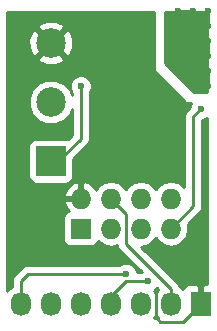
<source format=gbr>
G04 #@! TF.FileFunction,Copper,L2,Bot,Signal*
%FSLAX46Y46*%
G04 Gerber Fmt 4.6, Leading zero omitted, Abs format (unit mm)*
G04 Created by KiCad (PCBNEW 4.0.2-4+6225~38~ubuntu14.04.1-stable) date Sat 30 Apr 2016 11:35:10 AM PDT*
%MOMM*%
G01*
G04 APERTURE LIST*
%ADD10C,0.100000*%
%ADD11R,1.727200X1.727200*%
%ADD12O,1.727200X1.727200*%
%ADD13R,1.727200X2.032000*%
%ADD14O,1.727200X2.032000*%
%ADD15C,2.500000*%
%ADD16R,2.500000X2.500000*%
%ADD17C,0.600000*%
%ADD18C,0.250000*%
%ADD19C,0.254000*%
G04 APERTURE END LIST*
D10*
D11*
X134620000Y-116840000D03*
D12*
X134620000Y-114300000D03*
X137160000Y-116840000D03*
X137160000Y-114300000D03*
X139700000Y-116840000D03*
X139700000Y-114300000D03*
X142240000Y-116840000D03*
X142240000Y-114300000D03*
D13*
X144780000Y-123190000D03*
D14*
X142240000Y-123190000D03*
X139700000Y-123190000D03*
X137160000Y-123190000D03*
X134620000Y-123190000D03*
X132080000Y-123190000D03*
X129540000Y-123190000D03*
D15*
X132080000Y-101125000D03*
D16*
X132080000Y-111125000D03*
D15*
X132080000Y-106125000D03*
D17*
X144780000Y-106680000D03*
X139065000Y-111125000D03*
X138430000Y-120650000D03*
X140335000Y-121285000D03*
X144145000Y-102235000D03*
X144145000Y-100965000D03*
X144145000Y-99695000D03*
X142875000Y-100965000D03*
X142875000Y-99695000D03*
X142875000Y-98425000D03*
X144145000Y-98425000D03*
X145415000Y-98425000D03*
X145415000Y-99695000D03*
X145415000Y-100965000D03*
X145415000Y-102235000D03*
X145415000Y-103505000D03*
X145415000Y-104775000D03*
X144145000Y-104775000D03*
X142875000Y-102235000D03*
X143510000Y-103505000D03*
X134620000Y-104775000D03*
D18*
X144145000Y-114935000D02*
X142240000Y-116840000D01*
X144145000Y-107315000D02*
X144145000Y-114935000D01*
X144780000Y-106680000D02*
X144145000Y-107315000D01*
X139700000Y-122555000D02*
X139700000Y-123190000D01*
X132080000Y-106045000D02*
X131445000Y-106045000D01*
X132080000Y-101045000D02*
X132160000Y-101045000D01*
X132160000Y-101045000D02*
X139065000Y-107950000D01*
X139065000Y-107950000D02*
X139065000Y-111125000D01*
X140970000Y-122174000D02*
X140970000Y-124333000D01*
X143256000Y-124714000D02*
X144780000Y-123190000D01*
X141351000Y-124714000D02*
X143256000Y-124714000D01*
X140970000Y-124333000D02*
X141351000Y-124714000D01*
X142240000Y-123190000D02*
X142240000Y-121920000D01*
X138430000Y-115570000D02*
X137160000Y-114300000D01*
X138430000Y-118110000D02*
X138430000Y-115570000D01*
X142240000Y-121920000D02*
X138430000Y-118110000D01*
X129540000Y-123190000D02*
X129540000Y-121285000D01*
X130175000Y-120650000D02*
X138430000Y-120650000D01*
X129540000Y-121285000D02*
X130175000Y-120650000D01*
X138430000Y-121285000D02*
X137160000Y-122555000D01*
X140335000Y-121285000D02*
X138430000Y-121285000D01*
X137160000Y-122555000D02*
X137160000Y-123190000D01*
X144145000Y-102235000D02*
X144145000Y-102870000D01*
X144145000Y-99695000D02*
X144145000Y-100965000D01*
X142875000Y-99695000D02*
X142875000Y-100965000D01*
X142875000Y-98425000D02*
X144145000Y-98425000D01*
X145415000Y-98425000D02*
X145415000Y-99695000D01*
X145415000Y-100965000D02*
X145415000Y-102235000D01*
X145415000Y-103505000D02*
X145415000Y-104775000D01*
X142875000Y-103505000D02*
X142875000Y-102235000D01*
X143510000Y-103505000D02*
X142875000Y-103505000D01*
X134620000Y-109220000D02*
X132715000Y-111125000D01*
X134620000Y-104775000D02*
X134620000Y-109220000D01*
X132715000Y-111125000D02*
X132080000Y-111125000D01*
D19*
G36*
X145340000Y-105283000D02*
X144197606Y-105283000D01*
X141732000Y-102817394D01*
X141732000Y-98500000D01*
X145340000Y-98500000D01*
X145340000Y-105283000D01*
X145340000Y-105283000D01*
G37*
X145340000Y-105283000D02*
X144197606Y-105283000D01*
X141732000Y-102817394D01*
X141732000Y-98500000D01*
X145340000Y-98500000D01*
X145340000Y-105283000D01*
G36*
X141147312Y-124385000D02*
X140792688Y-124385000D01*
X140970000Y-124119634D01*
X141147312Y-124385000D01*
X141147312Y-124385000D01*
G37*
X141147312Y-124385000D02*
X140792688Y-124385000D01*
X140970000Y-124119634D01*
X141147312Y-124385000D01*
G36*
X145340000Y-121539000D02*
X145065750Y-121539000D01*
X144907000Y-121697750D01*
X144907000Y-123063000D01*
X144927000Y-123063000D01*
X144927000Y-123317000D01*
X144907000Y-123317000D01*
X144907000Y-123337000D01*
X144653000Y-123337000D01*
X144653000Y-123317000D01*
X144633000Y-123317000D01*
X144633000Y-123063000D01*
X144653000Y-123063000D01*
X144653000Y-121697750D01*
X144494250Y-121539000D01*
X143790090Y-121539000D01*
X143556701Y-121635673D01*
X143378073Y-121814302D01*
X143314500Y-121967780D01*
X143299670Y-121945585D01*
X142959935Y-121718581D01*
X142942148Y-121629161D01*
X142777401Y-121382599D01*
X139752348Y-118357546D01*
X140273489Y-118253885D01*
X140759670Y-117929029D01*
X140970000Y-117614248D01*
X141180330Y-117929029D01*
X141666511Y-118253885D01*
X142240000Y-118367959D01*
X142813489Y-118253885D01*
X143299670Y-117929029D01*
X143624526Y-117442848D01*
X143738600Y-116869359D01*
X143738600Y-116810641D01*
X143673158Y-116481644D01*
X144682401Y-115472401D01*
X144847148Y-115225839D01*
X144905000Y-114935000D01*
X144905000Y-107629802D01*
X144919680Y-107615122D01*
X144965167Y-107615162D01*
X145308943Y-107473117D01*
X145340000Y-107442114D01*
X145340000Y-121539000D01*
X145340000Y-121539000D01*
G37*
X145340000Y-121539000D02*
X145065750Y-121539000D01*
X144907000Y-121697750D01*
X144907000Y-123063000D01*
X144927000Y-123063000D01*
X144927000Y-123317000D01*
X144907000Y-123317000D01*
X144907000Y-123337000D01*
X144653000Y-123337000D01*
X144653000Y-123317000D01*
X144633000Y-123317000D01*
X144633000Y-123063000D01*
X144653000Y-123063000D01*
X144653000Y-121697750D01*
X144494250Y-121539000D01*
X143790090Y-121539000D01*
X143556701Y-121635673D01*
X143378073Y-121814302D01*
X143314500Y-121967780D01*
X143299670Y-121945585D01*
X142959935Y-121718581D01*
X142942148Y-121629161D01*
X142777401Y-121382599D01*
X139752348Y-118357546D01*
X140273489Y-118253885D01*
X140759670Y-117929029D01*
X140970000Y-117614248D01*
X141180330Y-117929029D01*
X141666511Y-118253885D01*
X142240000Y-118367959D01*
X142813489Y-118253885D01*
X143299670Y-117929029D01*
X143624526Y-117442848D01*
X143738600Y-116869359D01*
X143738600Y-116810641D01*
X143673158Y-116481644D01*
X144682401Y-115472401D01*
X144847148Y-115225839D01*
X144905000Y-114935000D01*
X144905000Y-107629802D01*
X144919680Y-107615122D01*
X144965167Y-107615162D01*
X145308943Y-107473117D01*
X145340000Y-107442114D01*
X145340000Y-121539000D01*
G36*
X141186596Y-121941398D02*
X141180330Y-121945585D01*
X140970000Y-122260366D01*
X140851626Y-122083206D01*
X140863943Y-122078117D01*
X141093829Y-121848631D01*
X141186596Y-121941398D01*
X141186596Y-121941398D01*
G37*
X141186596Y-121941398D02*
X141180330Y-121945585D01*
X140970000Y-122260366D01*
X140851626Y-122083206D01*
X140863943Y-122078117D01*
X141093829Y-121848631D01*
X141186596Y-121941398D01*
G36*
X140843000Y-103505000D02*
X140853006Y-103554410D01*
X140880197Y-103594803D01*
X143420197Y-106134803D01*
X143462211Y-106162666D01*
X143510000Y-106172000D01*
X143978537Y-106172000D01*
X143845162Y-106493201D01*
X143845121Y-106540077D01*
X143607599Y-106777599D01*
X143442852Y-107024161D01*
X143385000Y-107315000D01*
X143385000Y-113338676D01*
X143299670Y-113210971D01*
X142813489Y-112886115D01*
X142240000Y-112772041D01*
X141666511Y-112886115D01*
X141180330Y-113210971D01*
X140970000Y-113525752D01*
X140759670Y-113210971D01*
X140273489Y-112886115D01*
X139700000Y-112772041D01*
X139126511Y-112886115D01*
X138640330Y-113210971D01*
X138430000Y-113525752D01*
X138219670Y-113210971D01*
X137733489Y-112886115D01*
X137160000Y-112772041D01*
X136586511Y-112886115D01*
X136100330Y-113210971D01*
X135884336Y-113534228D01*
X135826821Y-113411510D01*
X135394947Y-113017312D01*
X134979026Y-112845042D01*
X134747000Y-112966183D01*
X134747000Y-114173000D01*
X134767000Y-114173000D01*
X134767000Y-114427000D01*
X134747000Y-114427000D01*
X134747000Y-114447000D01*
X134493000Y-114447000D01*
X134493000Y-114427000D01*
X133285531Y-114427000D01*
X133165032Y-114659027D01*
X133413179Y-115188490D01*
X133599433Y-115358495D01*
X133521083Y-115373238D01*
X133304959Y-115512310D01*
X133159969Y-115724510D01*
X133108960Y-115976400D01*
X133108960Y-117703600D01*
X133153238Y-117938917D01*
X133292310Y-118155041D01*
X133504510Y-118300031D01*
X133756400Y-118351040D01*
X135483600Y-118351040D01*
X135718917Y-118306762D01*
X135935041Y-118167690D01*
X136080031Y-117955490D01*
X136088864Y-117911869D01*
X136100330Y-117929029D01*
X136586511Y-118253885D01*
X137160000Y-118367959D01*
X137699948Y-118260557D01*
X137727852Y-118400839D01*
X137892599Y-118647401D01*
X139770198Y-120525000D01*
X139365110Y-120525000D01*
X139365162Y-120464833D01*
X139223117Y-120121057D01*
X138960327Y-119857808D01*
X138616799Y-119715162D01*
X138244833Y-119714838D01*
X137901057Y-119856883D01*
X137867882Y-119890000D01*
X130175000Y-119890000D01*
X129884161Y-119947852D01*
X129637599Y-120112599D01*
X129002599Y-120747599D01*
X128837852Y-120994161D01*
X128780000Y-121285000D01*
X128780000Y-121745352D01*
X128480330Y-121945585D01*
X128345000Y-122148121D01*
X128345000Y-113940973D01*
X133165032Y-113940973D01*
X133285531Y-114173000D01*
X134493000Y-114173000D01*
X134493000Y-112966183D01*
X134260974Y-112845042D01*
X133845053Y-113017312D01*
X133413179Y-113411510D01*
X133165032Y-113940973D01*
X128345000Y-113940973D01*
X128345000Y-109875000D01*
X130182560Y-109875000D01*
X130182560Y-112375000D01*
X130226838Y-112610317D01*
X130365910Y-112826441D01*
X130578110Y-112971431D01*
X130830000Y-113022440D01*
X133330000Y-113022440D01*
X133565317Y-112978162D01*
X133781441Y-112839090D01*
X133926431Y-112626890D01*
X133977440Y-112375000D01*
X133977440Y-110937362D01*
X135157401Y-109757401D01*
X135322148Y-109510839D01*
X135380000Y-109220000D01*
X135380000Y-105337463D01*
X135412192Y-105305327D01*
X135554838Y-104961799D01*
X135555162Y-104589833D01*
X135413117Y-104246057D01*
X135150327Y-103982808D01*
X134806799Y-103840162D01*
X134434833Y-103839838D01*
X134091057Y-103981883D01*
X133827808Y-104244673D01*
X133685162Y-104588201D01*
X133684838Y-104960167D01*
X133826883Y-105303943D01*
X133860000Y-105337118D01*
X133860000Y-105496786D01*
X133678957Y-105058628D01*
X133149161Y-104527907D01*
X132456595Y-104240328D01*
X131706695Y-104239674D01*
X131013628Y-104526043D01*
X130482907Y-105055839D01*
X130195328Y-105748405D01*
X130194674Y-106498305D01*
X130481043Y-107191372D01*
X131010839Y-107722093D01*
X131703405Y-108009672D01*
X132453305Y-108010326D01*
X133146372Y-107723957D01*
X133677093Y-107194161D01*
X133860000Y-106753673D01*
X133860000Y-108905198D01*
X133502671Y-109262527D01*
X133330000Y-109227560D01*
X130830000Y-109227560D01*
X130594683Y-109271838D01*
X130378559Y-109410910D01*
X130233569Y-109623110D01*
X130182560Y-109875000D01*
X128345000Y-109875000D01*
X128345000Y-102458320D01*
X130926285Y-102458320D01*
X131055533Y-102751123D01*
X131755806Y-103019388D01*
X132505435Y-102999250D01*
X133104467Y-102751123D01*
X133233715Y-102458320D01*
X132080000Y-101304605D01*
X130926285Y-102458320D01*
X128345000Y-102458320D01*
X128345000Y-100800806D01*
X130185612Y-100800806D01*
X130205750Y-101550435D01*
X130453877Y-102149467D01*
X130746680Y-102278715D01*
X131900395Y-101125000D01*
X132259605Y-101125000D01*
X133413320Y-102278715D01*
X133706123Y-102149467D01*
X133974388Y-101449194D01*
X133954250Y-100699565D01*
X133706123Y-100100533D01*
X133413320Y-99971285D01*
X132259605Y-101125000D01*
X131900395Y-101125000D01*
X130746680Y-99971285D01*
X130453877Y-100100533D01*
X130185612Y-100800806D01*
X128345000Y-100800806D01*
X128345000Y-99791680D01*
X130926285Y-99791680D01*
X132080000Y-100945395D01*
X133233715Y-99791680D01*
X133104467Y-99498877D01*
X132404194Y-99230612D01*
X131654565Y-99250750D01*
X131055533Y-99498877D01*
X130926285Y-99791680D01*
X128345000Y-99791680D01*
X128345000Y-98500000D01*
X140843000Y-98500000D01*
X140843000Y-103505000D01*
X140843000Y-103505000D01*
G37*
X140843000Y-103505000D02*
X140853006Y-103554410D01*
X140880197Y-103594803D01*
X143420197Y-106134803D01*
X143462211Y-106162666D01*
X143510000Y-106172000D01*
X143978537Y-106172000D01*
X143845162Y-106493201D01*
X143845121Y-106540077D01*
X143607599Y-106777599D01*
X143442852Y-107024161D01*
X143385000Y-107315000D01*
X143385000Y-113338676D01*
X143299670Y-113210971D01*
X142813489Y-112886115D01*
X142240000Y-112772041D01*
X141666511Y-112886115D01*
X141180330Y-113210971D01*
X140970000Y-113525752D01*
X140759670Y-113210971D01*
X140273489Y-112886115D01*
X139700000Y-112772041D01*
X139126511Y-112886115D01*
X138640330Y-113210971D01*
X138430000Y-113525752D01*
X138219670Y-113210971D01*
X137733489Y-112886115D01*
X137160000Y-112772041D01*
X136586511Y-112886115D01*
X136100330Y-113210971D01*
X135884336Y-113534228D01*
X135826821Y-113411510D01*
X135394947Y-113017312D01*
X134979026Y-112845042D01*
X134747000Y-112966183D01*
X134747000Y-114173000D01*
X134767000Y-114173000D01*
X134767000Y-114427000D01*
X134747000Y-114427000D01*
X134747000Y-114447000D01*
X134493000Y-114447000D01*
X134493000Y-114427000D01*
X133285531Y-114427000D01*
X133165032Y-114659027D01*
X133413179Y-115188490D01*
X133599433Y-115358495D01*
X133521083Y-115373238D01*
X133304959Y-115512310D01*
X133159969Y-115724510D01*
X133108960Y-115976400D01*
X133108960Y-117703600D01*
X133153238Y-117938917D01*
X133292310Y-118155041D01*
X133504510Y-118300031D01*
X133756400Y-118351040D01*
X135483600Y-118351040D01*
X135718917Y-118306762D01*
X135935041Y-118167690D01*
X136080031Y-117955490D01*
X136088864Y-117911869D01*
X136100330Y-117929029D01*
X136586511Y-118253885D01*
X137160000Y-118367959D01*
X137699948Y-118260557D01*
X137727852Y-118400839D01*
X137892599Y-118647401D01*
X139770198Y-120525000D01*
X139365110Y-120525000D01*
X139365162Y-120464833D01*
X139223117Y-120121057D01*
X138960327Y-119857808D01*
X138616799Y-119715162D01*
X138244833Y-119714838D01*
X137901057Y-119856883D01*
X137867882Y-119890000D01*
X130175000Y-119890000D01*
X129884161Y-119947852D01*
X129637599Y-120112599D01*
X129002599Y-120747599D01*
X128837852Y-120994161D01*
X128780000Y-121285000D01*
X128780000Y-121745352D01*
X128480330Y-121945585D01*
X128345000Y-122148121D01*
X128345000Y-113940973D01*
X133165032Y-113940973D01*
X133285531Y-114173000D01*
X134493000Y-114173000D01*
X134493000Y-112966183D01*
X134260974Y-112845042D01*
X133845053Y-113017312D01*
X133413179Y-113411510D01*
X133165032Y-113940973D01*
X128345000Y-113940973D01*
X128345000Y-109875000D01*
X130182560Y-109875000D01*
X130182560Y-112375000D01*
X130226838Y-112610317D01*
X130365910Y-112826441D01*
X130578110Y-112971431D01*
X130830000Y-113022440D01*
X133330000Y-113022440D01*
X133565317Y-112978162D01*
X133781441Y-112839090D01*
X133926431Y-112626890D01*
X133977440Y-112375000D01*
X133977440Y-110937362D01*
X135157401Y-109757401D01*
X135322148Y-109510839D01*
X135380000Y-109220000D01*
X135380000Y-105337463D01*
X135412192Y-105305327D01*
X135554838Y-104961799D01*
X135555162Y-104589833D01*
X135413117Y-104246057D01*
X135150327Y-103982808D01*
X134806799Y-103840162D01*
X134434833Y-103839838D01*
X134091057Y-103981883D01*
X133827808Y-104244673D01*
X133685162Y-104588201D01*
X133684838Y-104960167D01*
X133826883Y-105303943D01*
X133860000Y-105337118D01*
X133860000Y-105496786D01*
X133678957Y-105058628D01*
X133149161Y-104527907D01*
X132456595Y-104240328D01*
X131706695Y-104239674D01*
X131013628Y-104526043D01*
X130482907Y-105055839D01*
X130195328Y-105748405D01*
X130194674Y-106498305D01*
X130481043Y-107191372D01*
X131010839Y-107722093D01*
X131703405Y-108009672D01*
X132453305Y-108010326D01*
X133146372Y-107723957D01*
X133677093Y-107194161D01*
X133860000Y-106753673D01*
X133860000Y-108905198D01*
X133502671Y-109262527D01*
X133330000Y-109227560D01*
X130830000Y-109227560D01*
X130594683Y-109271838D01*
X130378559Y-109410910D01*
X130233569Y-109623110D01*
X130182560Y-109875000D01*
X128345000Y-109875000D01*
X128345000Y-102458320D01*
X130926285Y-102458320D01*
X131055533Y-102751123D01*
X131755806Y-103019388D01*
X132505435Y-102999250D01*
X133104467Y-102751123D01*
X133233715Y-102458320D01*
X132080000Y-101304605D01*
X130926285Y-102458320D01*
X128345000Y-102458320D01*
X128345000Y-100800806D01*
X130185612Y-100800806D01*
X130205750Y-101550435D01*
X130453877Y-102149467D01*
X130746680Y-102278715D01*
X131900395Y-101125000D01*
X132259605Y-101125000D01*
X133413320Y-102278715D01*
X133706123Y-102149467D01*
X133974388Y-101449194D01*
X133954250Y-100699565D01*
X133706123Y-100100533D01*
X133413320Y-99971285D01*
X132259605Y-101125000D01*
X131900395Y-101125000D01*
X130746680Y-99971285D01*
X130453877Y-100100533D01*
X130185612Y-100800806D01*
X128345000Y-100800806D01*
X128345000Y-99791680D01*
X130926285Y-99791680D01*
X132080000Y-100945395D01*
X133233715Y-99791680D01*
X133104467Y-99498877D01*
X132404194Y-99230612D01*
X131654565Y-99250750D01*
X131055533Y-99498877D01*
X130926285Y-99791680D01*
X128345000Y-99791680D01*
X128345000Y-98500000D01*
X140843000Y-98500000D01*
X140843000Y-103505000D01*
M02*

</source>
